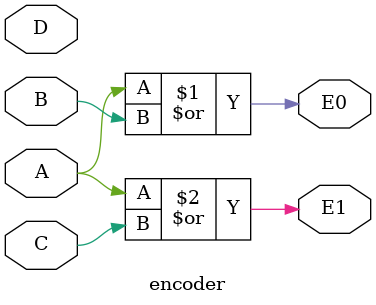
<source format=v>
`timescale 1ns / 1ps

module encoder (A, B, C, D, E0, E1);
    input A, B, C, D;
    output E0, E1;

    assign E0 = A|B;
    assign E1 = A|C;
    
endmodule
</source>
